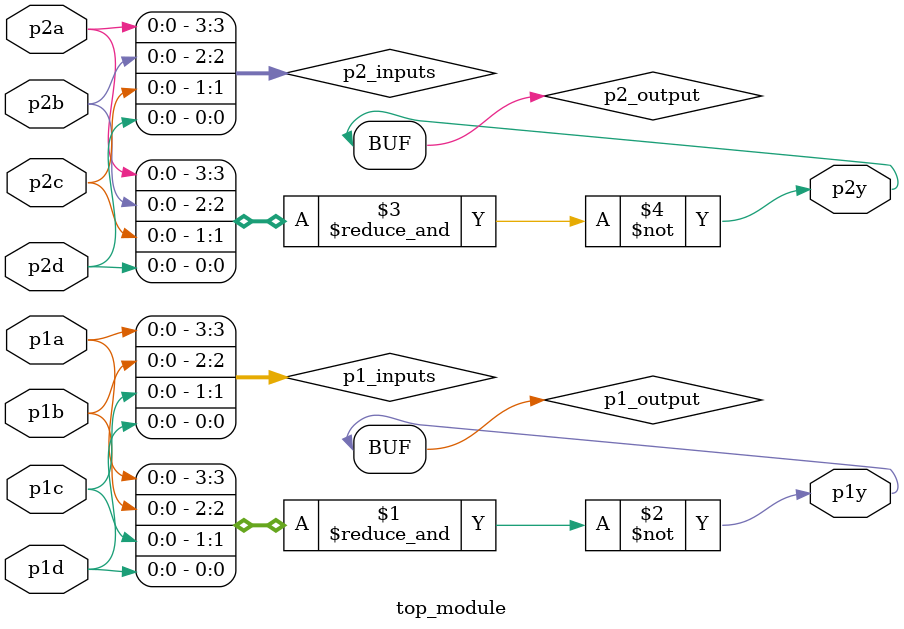
<source format=sv>
module top_module(
    input p1a,
    input p1b,
    input p1c,
    input p1d,
    output p1y,
    input p2a,
    input p2b,
    input p2c,
    input p2d,
    output p2y
);

    wire [3:0] p1_inputs;
    wire [3:0] p2_inputs;

    assign p1_inputs = {p1a, p1b, p1c, p1d};
    assign p2_inputs = {p2a, p2b, p2c, p2d};

    wire p1_output = ~(&p1_inputs);
    wire p2_output = ~(&p2_inputs);

    assign p1y = p1_output;
    assign p2y = p2_output;

endmodule

</source>
